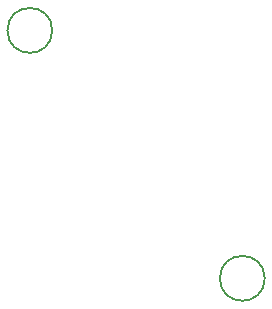
<source format=gbr>
%TF.GenerationSoftware,KiCad,Pcbnew,7.0.2*%
%TF.CreationDate,2024-03-04T12:30:01-06:00*%
%TF.ProjectId,brkn_covers,62726b6e-5f63-46f7-9665-72732e6b6963,rev?*%
%TF.SameCoordinates,Original*%
%TF.FileFunction,Legend,Top*%
%TF.FilePolarity,Positive*%
%FSLAX46Y46*%
G04 Gerber Fmt 4.6, Leading zero omitted, Abs format (unit mm)*
G04 Created by KiCad (PCBNEW 7.0.2) date 2024-03-04 12:30:01*
%MOMM*%
%LPD*%
G01*
G04 APERTURE LIST*
%ADD10C,0.150000*%
G04 APERTURE END LIST*
D10*
%TO.C,Cover*%
X124935000Y-65610000D02*
G75*
G03*
X124935000Y-65610000I-1900000J0D01*
G01*
X142925000Y-86600000D02*
G75*
G03*
X142925000Y-86600000I-1900000J0D01*
G01*
%TD*%
M02*

</source>
